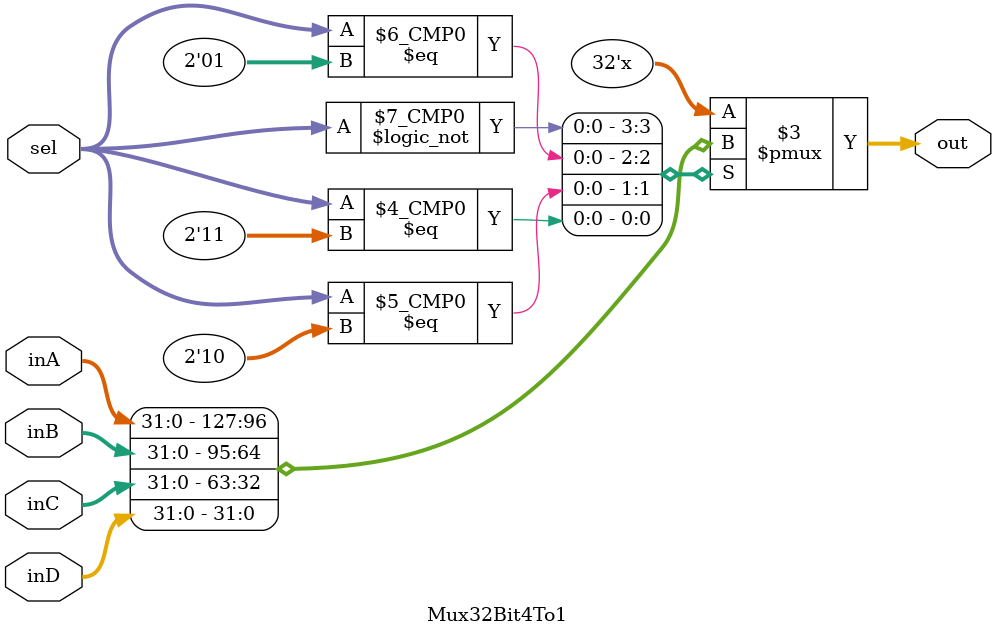
<source format=v>
`timescale 1ns / 1ps


module Mux32Bit4To1(out, inA, inB, inC, inD, sel);
    
    input [31:0] inA;
    input [31:0] inB;
    input [31:0] inC;
    input [31:0] inD;
    
    output reg [31:0] out;
    input [1:0] sel;

    initial begin 
        out <= 0;
    end

    always @(*) begin
        case (sel)
            2'b00 : begin
                out <= inA;
            end
            2'b01 : begin
                out <= inB;
            end
            2'b10 : begin
                out <= inC;
            end
            2'b11 : begin
                out <= inD;
            end
        endcase
    end
	
endmodule

</source>
